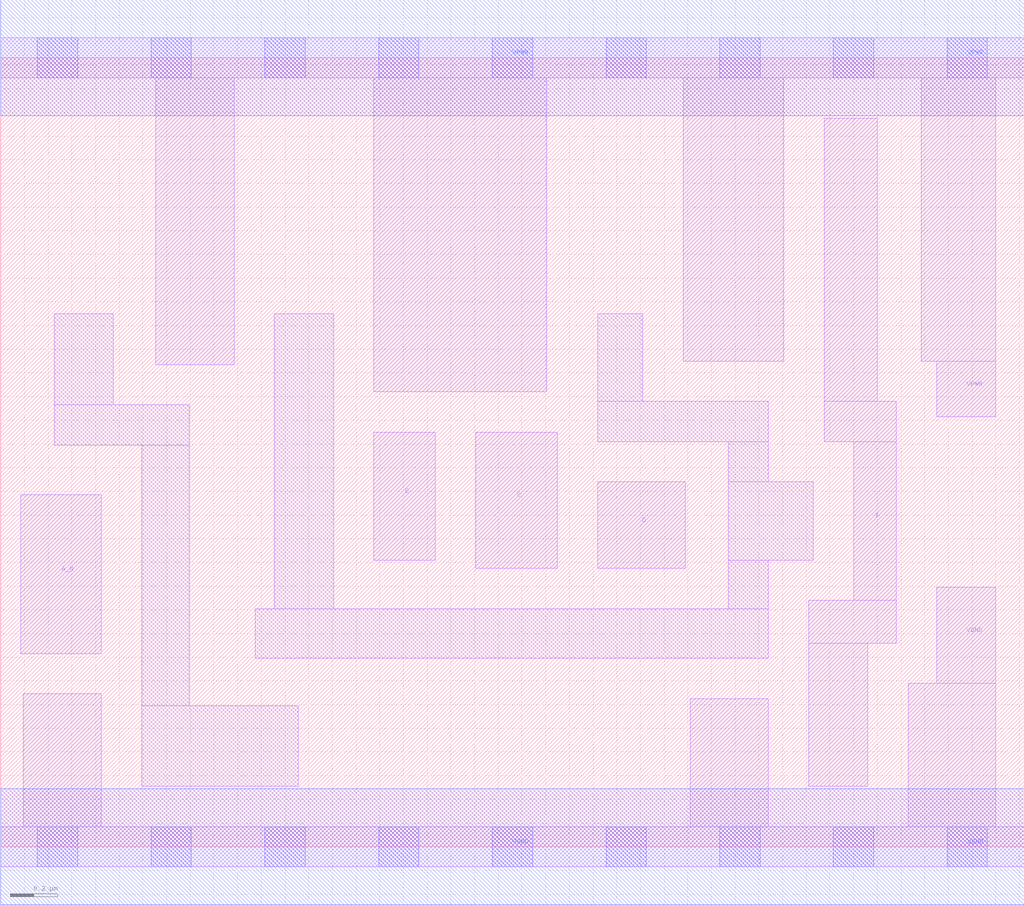
<source format=lef>
# Copyright 2020 The SkyWater PDK Authors
#
# Licensed under the Apache License, Version 2.0 (the "License");
# you may not use this file except in compliance with the License.
# You may obtain a copy of the License at
#
#     https://www.apache.org/licenses/LICENSE-2.0
#
# Unless required by applicable law or agreed to in writing, software
# distributed under the License is distributed on an "AS IS" BASIS,
# WITHOUT WARRANTIES OR CONDITIONS OF ANY KIND, either express or implied.
# See the License for the specific language governing permissions and
# limitations under the License.
#
# SPDX-License-Identifier: Apache-2.0

VERSION 5.7 ;
  NAMESCASESENSITIVE ON ;
  NOWIREEXTENSIONATPIN ON ;
  DIVIDERCHAR "/" ;
  BUSBITCHARS "[]" ;
UNITS
  DATABASE MICRONS 200 ;
END UNITS
MACRO sky130_fd_sc_lp__and4b_2
  CLASS CORE ;
  SOURCE USER ;
  FOREIGN sky130_fd_sc_lp__and4b_2 ;
  ORIGIN  0.000000  0.000000 ;
  SIZE  4.320000 BY  3.330000 ;
  SYMMETRY X Y R90 ;
  SITE unit ;
  PIN A_N
    ANTENNAGATEAREA  0.126000 ;
    DIRECTION INPUT ;
    USE SIGNAL ;
    PORT
      LAYER li1 ;
        RECT 0.085000 0.815000 0.425000 1.485000 ;
    END
  END A_N
  PIN B
    ANTENNAGATEAREA  0.126000 ;
    DIRECTION INPUT ;
    USE SIGNAL ;
    PORT
      LAYER li1 ;
        RECT 1.575000 1.210000 1.835000 1.750000 ;
    END
  END B
  PIN C
    ANTENNAGATEAREA  0.126000 ;
    DIRECTION INPUT ;
    USE SIGNAL ;
    PORT
      LAYER li1 ;
        RECT 2.005000 1.175000 2.350000 1.750000 ;
    END
  END C
  PIN D
    ANTENNAGATEAREA  0.126000 ;
    DIRECTION INPUT ;
    USE SIGNAL ;
    PORT
      LAYER li1 ;
        RECT 2.520000 1.175000 2.890000 1.540000 ;
    END
  END D
  PIN X
    ANTENNADIFFAREA  0.588000 ;
    DIRECTION OUTPUT ;
    USE SIGNAL ;
    PORT
      LAYER li1 ;
        RECT 3.410000 0.255000 3.660000 0.860000 ;
        RECT 3.410000 0.860000 3.780000 1.040000 ;
        RECT 3.475000 1.710000 3.780000 1.880000 ;
        RECT 3.475000 1.880000 3.700000 3.075000 ;
        RECT 3.600000 1.040000 3.780000 1.710000 ;
    END
  END X
  PIN VGND
    DIRECTION INOUT ;
    USE GROUND ;
    PORT
      LAYER li1 ;
        RECT 0.000000 -0.085000 4.320000 0.085000 ;
        RECT 0.095000  0.085000 0.425000 0.645000 ;
        RECT 2.910000  0.085000 3.240000 0.625000 ;
        RECT 3.830000  0.085000 4.200000 0.690000 ;
        RECT 3.950000  0.690000 4.200000 1.095000 ;
      LAYER mcon ;
        RECT 0.155000 -0.085000 0.325000 0.085000 ;
        RECT 0.635000 -0.085000 0.805000 0.085000 ;
        RECT 1.115000 -0.085000 1.285000 0.085000 ;
        RECT 1.595000 -0.085000 1.765000 0.085000 ;
        RECT 2.075000 -0.085000 2.245000 0.085000 ;
        RECT 2.555000 -0.085000 2.725000 0.085000 ;
        RECT 3.035000 -0.085000 3.205000 0.085000 ;
        RECT 3.515000 -0.085000 3.685000 0.085000 ;
        RECT 3.995000 -0.085000 4.165000 0.085000 ;
      LAYER met1 ;
        RECT 0.000000 -0.245000 4.320000 0.245000 ;
    END
  END VGND
  PIN VPWR
    DIRECTION INOUT ;
    USE POWER ;
    PORT
      LAYER li1 ;
        RECT 0.000000 3.245000 4.320000 3.415000 ;
        RECT 0.655000 2.035000 0.985000 3.245000 ;
        RECT 1.575000 1.920000 2.305000 3.245000 ;
        RECT 2.880000 2.050000 3.305000 3.245000 ;
        RECT 3.885000 2.050000 4.200000 3.245000 ;
        RECT 3.950000 1.815000 4.200000 2.050000 ;
      LAYER mcon ;
        RECT 0.155000 3.245000 0.325000 3.415000 ;
        RECT 0.635000 3.245000 0.805000 3.415000 ;
        RECT 1.115000 3.245000 1.285000 3.415000 ;
        RECT 1.595000 3.245000 1.765000 3.415000 ;
        RECT 2.075000 3.245000 2.245000 3.415000 ;
        RECT 2.555000 3.245000 2.725000 3.415000 ;
        RECT 3.035000 3.245000 3.205000 3.415000 ;
        RECT 3.515000 3.245000 3.685000 3.415000 ;
        RECT 3.995000 3.245000 4.165000 3.415000 ;
      LAYER met1 ;
        RECT 0.000000 3.085000 4.320000 3.575000 ;
    END
  END VPWR
  OBS
    LAYER li1 ;
      RECT 0.225000 1.695000 0.795000 1.865000 ;
      RECT 0.225000 1.865000 0.475000 2.250000 ;
      RECT 0.595000 0.255000 1.255000 0.595000 ;
      RECT 0.595000 0.595000 0.795000 1.695000 ;
      RECT 1.075000 0.795000 3.240000 1.005000 ;
      RECT 1.155000 1.005000 1.405000 2.250000 ;
      RECT 2.520000 1.710000 3.240000 1.880000 ;
      RECT 2.520000 1.880000 2.710000 2.250000 ;
      RECT 3.070000 1.005000 3.240000 1.210000 ;
      RECT 3.070000 1.210000 3.430000 1.540000 ;
      RECT 3.070000 1.540000 3.240000 1.710000 ;
  END
END sky130_fd_sc_lp__and4b_2

</source>
